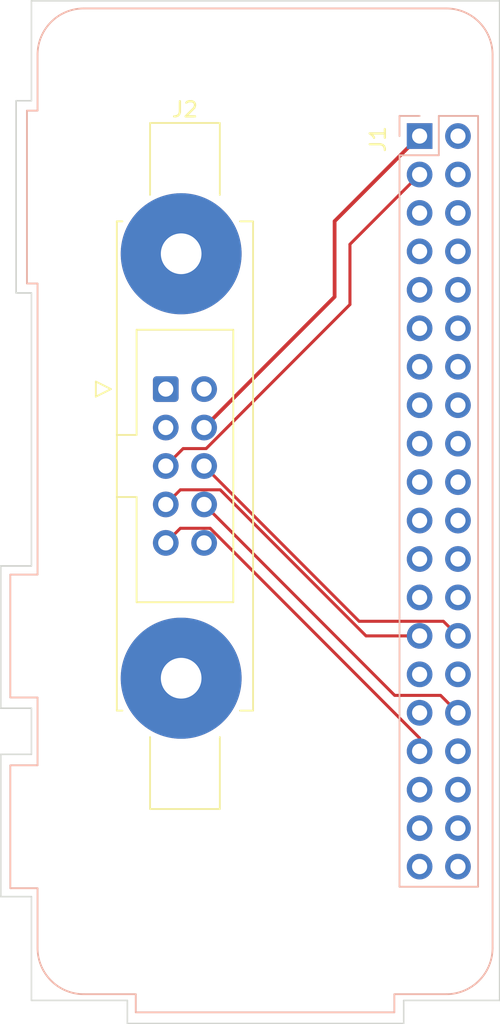
<source format=kicad_pcb>
(kicad_pcb (version 20211014) (generator pcbnew)
  (layers (0 "F.Cu" signal) (31 "B.Cu" signal) (34 "B.Paste" user) (35 "F.Paste" user) (36 "B.SilkS" user "B.Silkscreen") (37 "F.SilkS" user "F.Silkscreen") (38 "B.Mask" user) (39 "F.Mask" user) (44 "Edge.Cuts" user))
  (net 0 "")
  (net 1 "POW")
  (net 3 "2")
  (net 27 "SD")
  (net 28 "SC")
  (net 32 "GPIO12")
  (net 33 "GPIO13")
  (footprint "Connector_IDC:IDC-Header_2x05-1MP_P2.54mm_Latch6.5mm_Vertical" (layer "F.Cu") (at 109.728 97.79)
    (fp_text reference "J2" (at 1.27 -18.47) (layer "F.SilkS"))
    (fp_text value "Conn_01x10_Male")
    (fp_line (start 5.78 -11.08) (end 5.78 21.24) (layer "F.SilkS") (width 0.12))
    (fp_line (start 3.58 27.74) (end 3.58 22.99) (layer "F.SilkS") (width 0.12))
    (fp_line (start -1.93 7.13) (end -1.93 7.13) (layer "F.SilkS") (width 0.12))
    (fp_line (start -3.24 -11.08) (end -3.24 21.24) (layer "F.SilkS") (width 0.12))
    (fp_line (start 4.47 14.08) (end -1.93 14.08) (layer "F.SilkS") (width 0.12))
    (fp_line (start -4.63 0.5) (end -3.63 0) (layer "F.SilkS") (width 0.12))
    (fp_line (start -3.24 21.24) (end -2.87 21.24) (layer "F.SilkS") (width 0.12))
    (fp_line (start -1.93 7.13) (end -3.24 7.13) (layer "F.SilkS") (width 0.12))
    (fp_line (start -3.63 0) (end -4.63 -0.5) (layer "F.SilkS") (width 0.12))
    (fp_line (start -1.04 -17.58) (end 3.58 -17.58) (layer "F.SilkS") (width 0.12))
    (fp_line (start 3.58 -17.58) (end 3.58 -12.83) (layer "F.SilkS") (width 0.12))
    (fp_line (start -1.04 27.74) (end 3.58 27.74) (layer "F.SilkS") (width 0.12))
    (fp_line (start -4.63 -0.5) (end -4.63 0.5) (layer "F.SilkS") (width 0.12))
    (fp_line (start 4.91 -11.08) (end 5.78 -11.08) (layer "F.SilkS") (width 0.12))
    (fp_line (start -1.93 14.08) (end -1.93 7.13) (layer "F.SilkS") (width 0.12))
    (fp_line (start -1.93 3.03) (end -1.93 -3.92) (layer "F.SilkS") (width 0.12))
    (fp_line (start -1.04 -12.83) (end -1.04 -17.58) (layer "F.SilkS") (width 0.12))
    (fp_line (start -3.24 3.03) (end -1.93 3.03) (layer "F.SilkS") (width 0.12))
    (fp_line (start -1.04 22.99) (end -1.04 27.74) (layer "F.SilkS") (width 0.12))
    (fp_line (start 4.47 -3.92) (end 4.47 14.08) (layer "F.SilkS") (width 0.12))
    (fp_line (start 5.78 21.24) (end 4.91 21.24) (layer "F.SilkS") (width 0.12))
    (fp_line (start -2.87 -11.08) (end -3.24 -11.08) (layer "F.SilkS") (width 0.12))
    (fp_line (start -1.93 -3.92) (end 4.47 -3.92) (layer "F.SilkS") (width 0.12))
    (pad "1" thru_hole roundrect (at 0 0) (size 1.7 1.7) (drill 1) (layers *.Cu *.Mask) (roundrect_rratio 0.147059))
    (pad "2" thru_hole circle (at 2.54 0) (size 1.7 1.7) (drill 1) (layers *.Cu *.Mask))
    (pad "3" thru_hole circle (at 0 2.54) (size 1.7 1.7) (drill 1) (layers *.Cu *.Mask))
    (pad "4" thru_hole circle (at 2.54 2.54) (size 1.7 1.7) (drill 1) (layers *.Cu *.Mask) (net 1 "POW"))
    (pad "5" thru_hole circle (at 0 5.08) (size 1.7 1.7) (drill 1) (layers *.Cu *.Mask) (net 3 "2"))
    (pad "6" thru_hole circle (at 2.54 5.08) (size 1.7 1.7) (drill 1) (layers *.Cu *.Mask) (net 28 "SC"))
    (pad "7" thru_hole circle (at 0 7.62) (size 1.7 1.7) (drill 1) (layers *.Cu *.Mask) (net 27 "SD"))
    (pad "8" thru_hole circle (at 2.54 7.62) (size 1.7 1.7) (drill 1) (layers *.Cu *.Mask) (net 32 "GPIO12"))
    (pad "9" thru_hole circle (at 0 10.16) (size 1.7 1.7) (drill 1) (layers *.Cu *.Mask) (net 33 "GPIO13"))
    (pad "10" thru_hole circle (at 2.54 10.16) (size 1.7 1.7) (drill 1) (layers *.Cu *.Mask))
    (pad "MP" thru_hole circle (at 1.02 19.1) (size 8 8) (drill 2.69) (layers *.Cu *.Mask))
    (pad "MP" thru_hole circle (at 1.02 -8.94) (size 8 8) (drill 2.69) (layers *.Cu *.Mask))
  )
  (footprint "Module:Raspberry_Pi_Zero_Socketed_THT_FaceDown_MountingHoles" (layer "B.Cu") (at 126.5305 81.074 180)
    (fp_text reference "J1" (at 2.7555 -0.206 270) (layer "F.SilkS"))
    (fp_text value "Raspberry_Pi_2_3")
    (fp_line (start 25.99 1.68) (end 25.29 1.68) (layer "B.SilkS") (width 0.12))
    (fp_line (start 25.29 -9.74) (end 25.99 -9.74) (layer "B.SilkS") (width 0.12))
    (fp_line (start 25.29 -49.69) (end 27.09 -49.69) (layer "B.SilkS") (width 0.12))
    (fp_line (start 27.09 -49.69) (end 27.09 -41.57) (layer "B.SilkS") (width 0.12))
    (fp_line (start 27.09 -41.57) (end 25.29 -41.57) (layer "B.SilkS") (width 0.12))
    (fp_line (start 1.67 -57.89) (end 18.79 -57.89) (layer "B.SilkS") (width 0.12))
    (fp_line (start 1.33 -1.27) (end 1.33 -49.59) (layer "B.SilkS") (width 0.12))
    (fp_line (start 1.67 -56.69) (end 1.67 -57.89) (layer "B.SilkS") (width 0.12))
    (fp_line (start 1.33 1.33) (end 1.33 0) (layer "B.SilkS") (width 0.12))
    (fp_line (start 18.79 -57.89) (end 18.79 -56.69) (layer "B.SilkS") (width 0.12))
    (fp_line (start 1.67 -56.69) (end -1.77 -56.69) (layer "B.SilkS") (width 0.12))
    (fp_line (start -1.27 1.33) (end -1.27 -1.27) (layer "B.SilkS") (width 0.12))
    (fp_line (start 25.29 -28.97) (end 25.29 -9.74) (layer "B.SilkS") (width 0.12))
    (fp_line (start -3.87 1.33) (end -1.27 1.33) (layer "B.SilkS") (width 0.12))
    (fp_line (start 25.99 -9.74) (end 25.99 1.68) (layer "B.SilkS") (width 0.12))
    (fp_line (start 27.09 -37.09) (end 27.09 -28.97) (layer "B.SilkS") (width 0.12))
    (fp_line (start -3.87 1.33) (end -3.87 -49.59) (layer "B.SilkS") (width 0.12))
    (fp_line (start -1.77 8.43) (end 22.23 8.43) (layer "B.SilkS") (width 0.12))
    (fp_line (start -3.87 -49.59) (end 1.33 -49.59) (layer "B.SilkS") (width 0.12))
    (fp_line (start 18.79 -56.69) (end 22.23 -56.69) (layer "B.SilkS") (width 0.12))
    (fp_line (start 25.29 -41.57) (end 25.29 -37.09) (layer "B.SilkS") (width 0.12))
    (fp_line (start 25.29 -37.09) (end 27.09 -37.09) (layer "B.SilkS") (width 0.12))
    (fp_line (start 27.09 -28.97) (end 25.29 -28.97) (layer "B.SilkS") (width 0.12))
    (fp_line (start -4.83 -53.63) (end -4.83 5.37) (layer "B.SilkS") (width 0.12))
    (fp_line (start 0 1.33) (end 1.33 1.33) (layer "B.SilkS") (width 0.12))
    (fp_line (start -1.27 -1.27) (end 1.33 -1.27) (layer "B.SilkS") (width 0.12))
    (fp_line (start 25.29 1.68) (end 25.29 5.37) (layer "B.SilkS") (width 0.12))
    (fp_line (start 25.29 -53.63) (end 25.29 -49.69) (layer "B.SilkS") (width 0.12))
    (fp_arc (start 22.23 -56.69) (mid 24.393747 -55.793747) (end 25.29 -53.63) (layer "B.SilkS") (width 0.12))
    (fp_arc (start -4.83 -53.63) (mid -3.933747 -55.793747) (end -1.77 -56.69) (layer "B.SilkS") (width 0.12))
    (fp_arc (start -1.77 8.43) (mid -3.933747 7.533747) (end -4.83 5.37) (layer "B.SilkS") (width 0.12))
    (fp_arc (start 25.29 5.37) (mid 24.393747 7.533747) (end 22.23 8.43) (layer "B.SilkS") (width 0.12))
    (pad "" np_thru_hole circle (at 21.73 4.87 90) (size 2.75 2.75) (drill 2.75) (layers *.Cu *.Mask))
    (pad "" np_thru_hole circle (at 21.73 -53.13 90) (size 2.75 2.75) (drill 2.75) (layers *.Cu *.Mask))
    (pad "" np_thru_hole circle (at -1.27 4.87 90) (size 2.75 2.75) (drill 2.75) (layers *.Cu *.Mask))
    (pad "" np_thru_hole circle (at -1.27 -53.13 90) (size 2.75 2.75) (drill 2.75) (layers *.Cu *.Mask))
    (pad "1" thru_hole rect (at 0 0 180) (size 1.7 1.7) (drill 1) (layers *.Cu *.Mask) (net 1 "POW"))
    (pad "2" thru_hole oval (at -2.54 0 180) (size 1.7 1.7) (drill 1) (layers *.Cu *.Mask))
    (pad "3" thru_hole oval (at 0 -2.54 180) (size 1.7 1.7) (drill 1) (layers *.Cu *.Mask) (net 3 "2"))
    (pad "4" thru_hole oval (at -2.54 -2.54 180) (size 1.7 1.7) (drill 1) (layers *.Cu *.Mask))
    (pad "5" thru_hole oval (at 0 -5.08 180) (size 1.7 1.7) (drill 1) (layers *.Cu *.Mask))
    (pad "6" thru_hole oval (at -2.54 -5.08 180) (size 1.7 1.7) (drill 1) (layers *.Cu *.Mask))
    (pad "7" thru_hole oval (at 0 -7.62 180) (size 1.7 1.7) (drill 1) (layers *.Cu *.Mask))
    (pad "8" thru_hole oval (at -2.54 -7.62 180) (size 1.7 1.7) (drill 1) (layers *.Cu *.Mask))
    (pad "9" thru_hole oval (at 0 -10.16 180) (size 1.7 1.7) (drill 1) (layers *.Cu *.Mask))
    (pad "10" thru_hole oval (at -2.54 -10.16 180) (size 1.7 1.7) (drill 1) (layers *.Cu *.Mask))
    (pad "11" thru_hole oval (at 0 -12.7 180) (size 1.7 1.7) (drill 1) (layers *.Cu *.Mask))
    (pad "12" thru_hole oval (at -2.54 -12.7 180) (size 1.7 1.7) (drill 1) (layers *.Cu *.Mask))
    (pad "13" thru_hole oval (at 0 -15.24 180) (size 1.7 1.7) (drill 1) (layers *.Cu *.Mask))
    (pad "14" thru_hole oval (at -2.54 -15.24 180) (size 1.7 1.7) (drill 1) (layers *.Cu *.Mask))
    (pad "15" thru_hole oval (at 0 -17.78 180) (size 1.7 1.7) (drill 1) (layers *.Cu *.Mask))
    (pad "16" thru_hole oval (at -2.54 -17.78 180) (size 1.7 1.7) (drill 1) (layers *.Cu *.Mask))
    (pad "17" thru_hole oval (at 0 -20.32 180) (size 1.7 1.7) (drill 1) (layers *.Cu *.Mask))
    (pad "18" thru_hole oval (at -2.54 -20.32 180) (size 1.7 1.7) (drill 1) (layers *.Cu *.Mask))
    (pad "19" thru_hole oval (at 0 -22.86 180) (size 1.7 1.7) (drill 1) (layers *.Cu *.Mask))
    (pad "20" thru_hole oval (at -2.54 -22.86 180) (size 1.7 1.7) (drill 1) (layers *.Cu *.Mask))
    (pad "21" thru_hole oval (at 0 -25.4 180) (size 1.7 1.7) (drill 1) (layers *.Cu *.Mask))
    (pad "22" thru_hole oval (at -2.54 -25.4 180) (size 1.7 1.7) (drill 1) (layers *.Cu *.Mask))
    (pad "23" thru_hole oval (at 0 -27.94 180) (size 1.7 1.7) (drill 1) (layers *.Cu *.Mask))
    (pad "24" thru_hole oval (at -2.54 -27.94 180) (size 1.7 1.7) (drill 1) (layers *.Cu *.Mask))
    (pad "25" thru_hole oval (at 0 -30.48 180) (size 1.7 1.7) (drill 1) (layers *.Cu *.Mask))
    (pad "26" thru_hole oval (at -2.54 -30.48 180) (size 1.7 1.7) (drill 1) (layers *.Cu *.Mask))
    (pad "27" thru_hole oval (at 0 -33.02 180) (size 1.7 1.7) (drill 1) (layers *.Cu *.Mask) (net 27 "SD"))
    (pad "28" thru_hole oval (at -2.54 -33.02 180) (size 1.7 1.7) (drill 1) (layers *.Cu *.Mask) (net 28 "SC"))
    (pad "29" thru_hole oval (at 0 -35.56 180) (size 1.7 1.7) (drill 1) (layers *.Cu *.Mask))
    (pad "30" thru_hole oval (at -2.54 -35.56 180) (size 1.7 1.7) (drill 1) (layers *.Cu *.Mask))
    (pad "31" thru_hole oval (at 0 -38.1 180) (size 1.7 1.7) (drill 1) (layers *.Cu *.Mask))
    (pad "32" thru_hole oval (at -2.54 -38.1 180) (size 1.7 1.7) (drill 1) (layers *.Cu *.Mask) (net 32 "GPIO12"))
    (pad "33" thru_hole oval (at 0 -40.64 180) (size 1.7 1.7) (drill 1) (layers *.Cu *.Mask) (net 33 "GPIO13"))
    (pad "34" thru_hole oval (at -2.54 -40.64 180) (size 1.7 1.7) (drill 1) (layers *.Cu *.Mask))
    (pad "35" thru_hole oval (at 0 -43.18 180) (size 1.7 1.7) (drill 1) (layers *.Cu *.Mask))
    (pad "36" thru_hole oval (at -2.54 -43.18 180) (size 1.7 1.7) (drill 1) (layers *.Cu *.Mask))
    (pad "37" thru_hole oval (at 0 -45.72 180) (size 1.7 1.7) (drill 1) (layers *.Cu *.Mask))
    (pad "38" thru_hole oval (at -2.54 -45.72 180) (size 1.7 1.7) (drill 1) (layers *.Cu *.Mask))
    (pad "39" thru_hole oval (at 0 -48.26 180) (size 1.7 1.7) (drill 1) (layers *.Cu *.Mask))
    (pad "40" thru_hole oval (at -2.54 -48.26 180) (size 1.7 1.7) (drill 1) (layers *.Cu *.Mask))
  )
  (gr_line (start 100.838 78.74) (end 99.822 78.74) (layer "Edge.Cuts") (width 0.1))
  (gr_line (start 100.838 121.92) (end 100.838 118.872) (layer "Edge.Cuts") (width 0.1))
  (gr_line (start 100.838 138.176) (end 107.188 138.176) (layer "Edge.Cuts") (width 0.1))
  (gr_line (start 99.822 91.44) (end 100.838 91.44) (layer "Edge.Cuts") (width 0.1))
  (gr_line (start 100.838 78.74) (end 100.838 72.136) (layer "Edge.Cuts") (width 0.1))
  (gr_line (start 131.826 72.136) (end 100.838 72.136) (layer "Edge.Cuts") (width 0.1))
  (gr_line (start 125.476 139.7) (end 125.476 138.176) (layer "Edge.Cuts") (width 0.1))
  (gr_line (start 98.806 118.872) (end 98.806 109.474) (layer "Edge.Cuts") (width 0.1))
  (gr_line (start 100.838 109.474) (end 100.838 91.44) (layer "Edge.Cuts") (width 0.1))
  (gr_line (start 98.806 131.318) (end 98.806 121.92) (layer "Edge.Cuts") (width 0.1))
  (gr_line (start 99.822 91.44) (end 99.822 78.74) (layer "Edge.Cuts") (width 0.1))
  (gr_line (start 100.838 121.92) (end 98.806 121.92) (layer "Edge.Cuts") (width 0.1))
  (gr_line (start 100.838 138.176) (end 100.838 131.318) (layer "Edge.Cuts") (width 0.1))
  (gr_line (start 131.826 72.136) (end 131.826 138.176) (layer "Edge.Cuts") (width 0.1))
  (gr_line (start 125.476 138.176) (end 131.826 138.176) (layer "Edge.Cuts") (width 0.1))
  (gr_line (start 98.806 131.318) (end 100.838 131.318) (layer "Edge.Cuts") (width 0.1))
  (gr_line (start 107.188 139.7) (end 125.476 139.7) (layer "Edge.Cuts") (width 0.1))
  (gr_line (start 100.838 109.474) (end 98.806 109.474) (layer "Edge.Cuts") (width 0.1))
  (gr_line (start 107.188 138.176) (end 107.188 139.7) (layer "Edge.Cuts") (width 0.1))
  (gr_line (start 98.806 118.872) (end 100.838 118.872) (layer "Edge.Cuts") (width 0.1))
  (segment (start 120.904 86.7005) (end 126.5305 81.074) (width 0.25) (layer "F.Cu") (net 1))
  (segment (start 112.268 100.33) (end 120.904 91.694) (width 0.25) (layer "F.Cu") (net 1))
  (segment (start 120.904 91.694) (end 120.904 86.7005) (width 0.25) (layer "F.Cu") (net 1))
  (segment (start 121.92 92.202) (end 121.92 88.2245) (width 0.2) (layer "F.Cu") (net 3))
  (segment (start 121.92 88.2245) (end 126.5305 83.614) (width 0.2) (layer "F.Cu") (net 3))
  (segment (start 112.401511 101.720489) (end 121.92 92.202) (width 0.2) (layer "F.Cu") (net 3))
  (segment (start 110.877511 101.720489) (end 112.401511 101.720489) (width 0.2) (layer "F.Cu") (net 3))
  (segment (start 109.728 102.87) (end 110.877511 101.720489) (width 0.2) (layer "F.Cu") (net 3))
  (segment (start 122.984 114.094) (end 126.5305 114.094) (width 0.2) (layer "F.Cu") (net 27))
  (segment (start 109.728 105.41) (end 110.693511 104.444489) (width 0.2) (layer "F.Cu") (net 27))
  (segment (start 110.693511 104.444489) (end 113.334489 104.444489) (width 0.2) (layer "F.Cu") (net 27))
  (segment (start 113.334489 104.444489) (end 122.984 114.094) (width 0.2) (layer "F.Cu") (net 27))
  (segment (start 122.526489 113.128489) (end 128.104989 113.128489) (width 0.2) (layer "F.Cu") (net 28))
  (segment (start 112.268 102.87) (end 122.526489 113.128489) (width 0.2) (layer "F.Cu") (net 28))
  (segment (start 128.104989 113.128489) (end 129.0705 114.094) (width 0.2) (layer "F.Cu") (net 28))
  (segment (start 127.920989 118.024489) (end 129.0705 119.174) (width 0.2) (layer "F.Cu") (net 32))
  (segment (start 112.268 105.41) (end 124.882489 118.024489) (width 0.2) (layer "F.Cu") (net 32))
  (segment (start 124.882489 118.024489) (end 127.920989 118.024489) (width 0.2) (layer "F.Cu") (net 32))
  (segment (start 109.728 107.95) (end 110.693511 106.984489) (width 0.2) (layer "F.Cu") (net 33))
  (segment (start 126.5305 120.84706) (end 126.5305 121.714) (width 0.2) (layer "F.Cu") (net 33))
  (segment (start 110.693511 106.984489) (end 112.667929 106.984489) (width 0.2) (layer "F.Cu") (net 33))
  (segment (start 112.667929 106.984489) (end 126.5305 120.84706) (width 0.2) (layer "F.Cu") (net 33))
)
</source>
